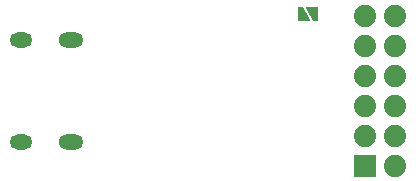
<source format=gbs>
G04 Layer: BottomSolderMaskLayer*
G04 EasyEDA Pro v2.1.51.8c9149c1.e57db4, 2024-03-20 17:40:01*
G04 Gerber Generator version 0.3*
G04 Scale: 100 percent, Rotated: No, Reflected: No*
G04 Dimensions in millimeters*
G04 Leading zeros omitted, absolute positions, 3 integers and 5 decimals*
%FSLAX35Y35*%
%MOMM*%
%AMRoundRect*1,1,$1,$2,$3*1,1,$1,$4,$5*1,1,$1,0-$2,0-$3*1,1,$1,0-$4,0-$5*20,1,$1,$2,$3,$4,$5,0*20,1,$1,$4,$5,0-$2,0-$3,0*20,1,$1,0-$2,0-$3,0-$4,0-$5,0*20,1,$1,0-$4,0-$5,$2,$3,0*4,1,4,$2,$3,$4,$5,0-$2,0-$3,0-$4,0-$5,$2,$3,0*%
%AMPolygonMacro1*4,1,22,0.08284,-0.54413,0.06416,-0.52539,0.06416,-0.52539,-0.50985,0.47461,-0.50985,0.47461,-0.5149,0.48686,-0.51662,0.5,-0.50168,0.53606,-0.46562,0.551,-0.46562,0.551,0.46562,0.551,0.46562,0.551,0.50168,0.53606,0.51662,0.5,0.51662,0.5,0.51662,-0.5,0.51662,-0.5,0.50168,-0.53606,0.46562,-0.551,0.46562,-0.551,0.10839,-0.551,0.10839,-0.551,0.08284,-0.54413,0*%
%AMPolygonMacro2*4,1,22,-0.50168,-0.53606,-0.51662,-0.5,-0.51662,-0.5,-0.51662,0.5,-0.51662,0.5,-0.50168,0.53606,-0.46562,0.551,-0.46562,0.551,-0.10839,0.551,-0.10839,0.551,-0.08284,0.54413,-0.06416,0.52539,-0.06416,0.52539,0.50985,-0.47461,0.50985,-0.47461,0.5149,-0.48686,0.51662,-0.5,0.50168,-0.53606,0.46562,-0.551,0.46562,-0.551,-0.46562,-0.551,-0.46562,-0.551,-0.50168,-0.53606,0*%
%ADD10O,1.902X1.302*%
%ADD11O,2.102X1.302*%
%ADD12RoundRect,0.09675X-0.89162X-0.89162X-0.89162X0.89162*%
%ADD13C,1.88*%
%ADD14PolygonMacro1*%
%ADD15PolygonMacro2*%
G75*


G04 Pad Start*
G54D10*
G01X-1441500Y432003D03*
G01X-1441500Y-432003D03*
G54D11*
G01X-1023492Y-432003D03*
G01X-1023492Y432003D03*
G54D12*
G01X1472997Y-635000D03*
G54D13*
G01X1472997Y-381000D03*
G01X1472997Y-127000D03*
G01X1472997Y127000D03*
G01X1472997Y381000D03*
G01X1472997Y635000D03*
G01X1726997Y-635000D03*
G01X1726997Y-381000D03*
G01X1726997Y-127000D03*
G01X1726997Y127000D03*
G01X1726997Y381000D03*
G01X1726997Y635000D03*
G54D14*
G01X1023157Y650005D03*
G54D15*
G01X951859Y650005D03*
G04 Pad End*

M02*

</source>
